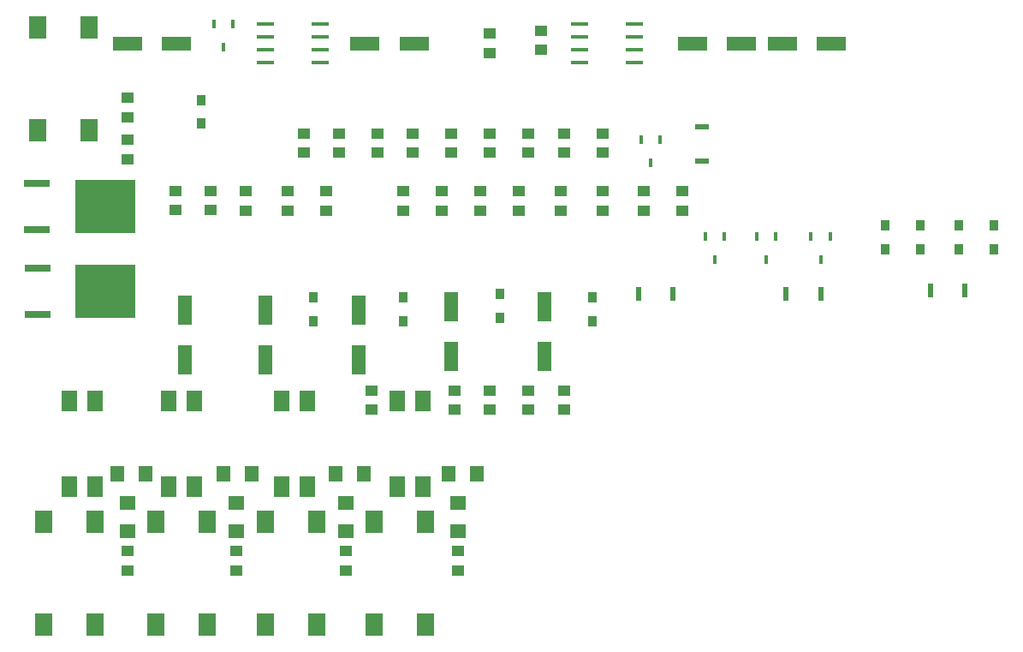
<source format=gbr>
%TF.GenerationSoftware,Novarm,DipTrace,3.0.0.2*%
%TF.CreationDate,2017-03-07T09:53:03+02:00*%
%FSLAX26Y26*%
%MOIN*%
%TF.FileFunction,Paste,Top*%
%TF.Part,Single*%
%ADD62R,0.058929X0.078614*%
%ADD64R,0.07074X0.090425*%
%ADD66R,0.234126X0.210504*%
%ADD68R,0.100268X0.03137*%
%ADD70R,0.07074X0.015622*%
%ADD72R,0.062866X0.054992*%
%ADD74R,0.054992X0.062866*%
%ADD76R,0.017591X0.033339*%
%ADD94R,0.054992X0.023496*%
%ADD96R,0.023496X0.054992*%
%ADD98R,0.035307X0.041213*%
%ADD100R,0.051055X0.043181*%
%ADD102R,0.054992X0.116016*%
%ADD104R,0.116016X0.054992*%
G75*
G01*
%LPD*%
D104*
X3069000Y3194000D3*
X3261913D3*
X869000D3*
X1061913D3*
D102*
X1094000Y2156500D3*
Y1963587D3*
D104*
X1794000Y3194000D3*
X1986913D3*
D100*
X869000Y2819000D3*
Y2744197D3*
X2281500Y3231500D3*
Y3156697D3*
X869000Y2981500D3*
Y2906697D3*
D104*
X3419000Y3194000D3*
X3611913D3*
D102*
X1406500Y2156500D3*
Y1963587D3*
X1769000Y2156500D3*
Y1963587D3*
X2131500Y2169000D3*
Y1976087D3*
X2494000Y2169000D3*
Y1976087D3*
D98*
X1156500Y2881500D3*
Y2974020D3*
X3819000Y2394000D3*
Y2486520D3*
X1594000Y2206500D3*
Y2113980D3*
D96*
X2994000Y2219000D3*
X2860142D3*
D98*
X1944000Y2206500D3*
Y2113980D3*
X3956500Y2394000D3*
Y2486520D3*
D96*
X3569000Y2219000D3*
X3435142D3*
D98*
X2319000D3*
Y2126480D3*
X4106500Y2394000D3*
Y2486520D3*
D96*
X4131500Y2231500D3*
X3997642D3*
D98*
X2681500Y2206500D3*
Y2113980D3*
X4244000Y2394000D3*
Y2486520D3*
D94*
X3106500Y2869000D3*
Y2735142D3*
D76*
X3194000Y2444000D3*
X3119197D3*
X3156598Y2353449D3*
X3394000Y2444000D3*
X3319197D3*
X3356598Y2353449D3*
X3606500Y2444000D3*
X3531697D3*
X3569098Y2353449D3*
X2944000Y2819000D3*
X2869197D3*
X2906598Y2728449D3*
D100*
X2481500Y3169000D3*
Y3243803D3*
X2569000Y2769000D3*
Y2843803D3*
X1644000Y2619000D3*
Y2544197D3*
X1844000Y2769000D3*
Y2843803D3*
X1556500Y2768598D3*
Y2843402D3*
X2244000Y2544000D3*
Y2618803D3*
X2719000Y2769000D3*
Y2843803D3*
X2431500Y2769000D3*
Y2843803D3*
D74*
X831500Y1519000D3*
X941736D3*
D72*
X869000Y1406500D3*
Y1296264D3*
D100*
X2556500Y2544000D3*
Y2618803D3*
X869000Y1144000D3*
Y1218803D3*
X2131500Y2769000D3*
Y2843803D3*
X1194000Y2544598D3*
Y2619402D3*
X1981500Y2769000D3*
Y2843803D3*
X1056500Y2619402D3*
Y2544598D3*
D74*
X1244000Y1519000D3*
X1354236D3*
D72*
X1294000Y1406118D3*
Y1295882D3*
D100*
Y1143598D3*
Y1218402D3*
X2719000Y2544000D3*
Y2618803D3*
X1819000Y1844000D3*
Y1769197D3*
X1944000Y2544000D3*
Y2618803D3*
X2094000Y2619000D3*
Y2544197D3*
X1331500Y2619000D3*
Y2544197D3*
D74*
X1681500Y1519000D3*
X1791736D3*
D72*
X1719000Y1406118D3*
Y1295882D3*
D100*
Y1144000D3*
Y1218803D3*
X2281500Y1769000D3*
Y1843803D3*
X2881500Y2544000D3*
Y2618803D3*
X2394000D3*
Y2544000D3*
X2144000Y1769000D3*
Y1843803D3*
X2281500Y2769000D3*
Y2843803D3*
D74*
X2119000Y1519000D3*
X2229236D3*
D72*
X2156500Y1406118D3*
Y1295882D3*
D100*
Y1144000D3*
Y1218803D3*
X2569000Y1769000D3*
Y1843803D3*
X3031500Y2544000D3*
Y2618803D3*
X1494000Y2619000D3*
Y2544197D3*
X2431500Y1844000D3*
Y1769197D3*
X1694000Y2769000D3*
Y2843803D3*
D70*
X2631500Y3269000D3*
Y3219000D3*
Y3169000D3*
Y3119000D3*
X2844098D3*
Y3169000D3*
Y3219000D3*
Y3269000D3*
D68*
X518646Y2648528D3*
Y2469000D3*
D66*
X782425Y2558764D3*
D68*
X519000Y2319000D3*
Y2139472D3*
D66*
X782780Y2229236D3*
D70*
X1619000Y3119000D3*
Y3169000D3*
Y3219000D3*
Y3269000D3*
X1406402D3*
Y3219000D3*
Y3169000D3*
Y3119000D3*
D76*
X1281500Y3269000D3*
X1206697D3*
X1244098Y3178449D3*
D64*
X719000Y2856500D3*
X519000D3*
X719000Y3256500D3*
X519000D3*
X544000Y1331500D3*
X744000D3*
X544000Y931500D3*
X744000D3*
X981500Y1331500D3*
X1181500D3*
X981500Y931500D3*
X1181500D3*
X1406500Y1331500D3*
X1606500D3*
X1406500Y931500D3*
X1606500D3*
X1831500Y1331500D3*
X2031500D3*
X1831500Y931500D3*
X2031500D3*
D62*
X644000Y1468677D3*
X744000D3*
Y1803323D3*
X644000D3*
X1031500Y1468677D3*
X1131500D3*
Y1803323D3*
X1031500D3*
X1469000Y1469000D3*
X1569000D3*
Y1803646D3*
X1469000D3*
X1919000Y1469000D3*
X2019000D3*
Y1803646D3*
X1919000D3*
M02*

</source>
